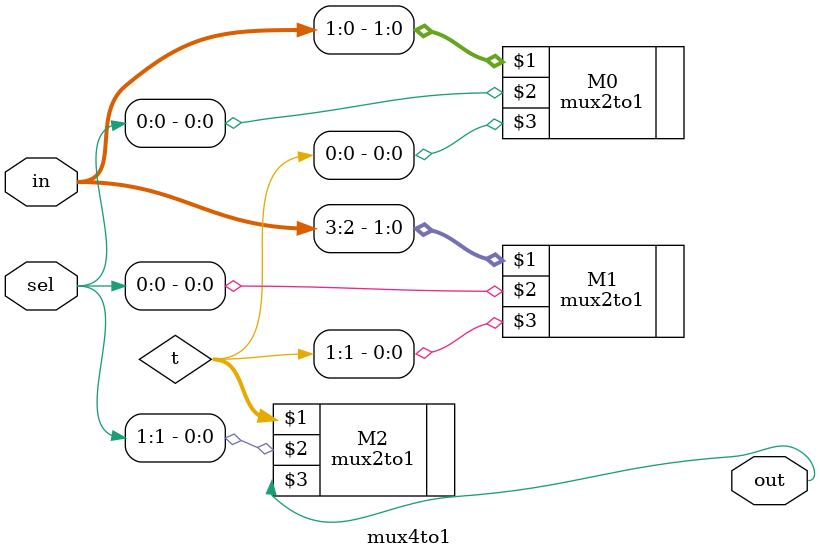
<source format=v>
`timescale 1ns/1ps

module mux4to1(in,sel,out);
input [3:0]in;
input [1:0]sel;
output out;
wire [1:0]t;
mux2to1 M0(in[1:0],sel[0],t[0]);
mux2to1 M1(in[3:2],sel[0],t[1]);
mux2to1 M2(t,sel[1],out);
endmodule

</source>
